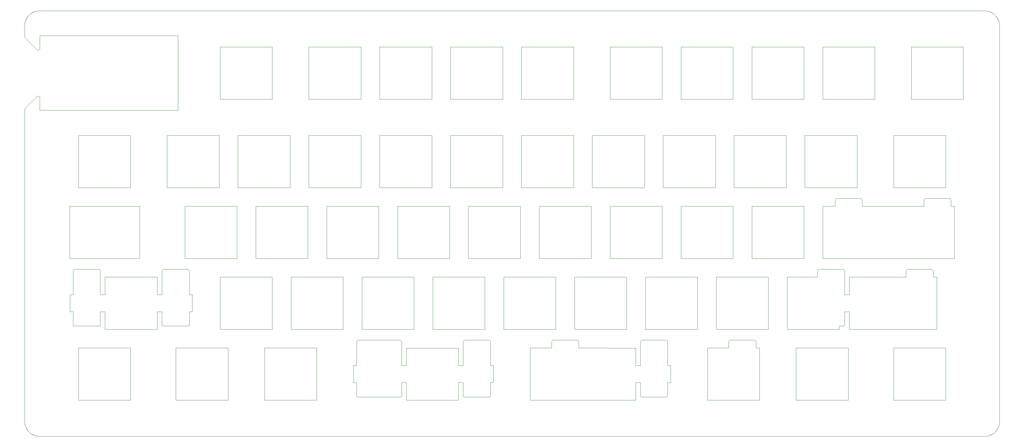
<source format=gm1>
G04 #@! TF.GenerationSoftware,KiCad,Pcbnew,(5.1.9-0-10_14)*
G04 #@! TF.CreationDate,2021-12-01T15:52:12+09:00*
G04 #@! TF.ProjectId,top_plate,746f705f-706c-4617-9465-2e6b69636164,rev?*
G04 #@! TF.SameCoordinates,PX1736fe3PY23988cf*
G04 #@! TF.FileFunction,Profile,NP*
%FSLAX46Y46*%
G04 Gerber Fmt 4.6, Leading zero omitted, Abs format (unit mm)*
G04 Created by KiCad (PCBNEW (5.1.9-0-10_14)) date 2021-12-01 15:52:12*
%MOMM*%
%LPD*%
G01*
G04 APERTURE LIST*
G04 #@! TA.AperFunction,Profile*
%ADD10C,0.088000*%
G04 #@! TD*
G04 APERTURE END LIST*
D10*
X254835010Y3195260D02*
X254829805Y3401100D01*
X254829805Y3401100D02*
X254814358Y3604237D01*
X254814358Y3604237D02*
X254788921Y3804420D01*
X254788921Y3804420D02*
X254753744Y4001399D01*
X254753744Y4001399D02*
X254709079Y4194921D01*
X254709079Y4194921D02*
X254655178Y4384736D01*
X254655178Y4384736D02*
X254592291Y4570592D01*
X254592291Y4570592D02*
X254520670Y4752238D01*
X254520670Y4752238D02*
X254440567Y4929423D01*
X254440567Y4929423D02*
X254352232Y5101895D01*
X254352232Y5101895D02*
X254255917Y5269402D01*
X254255917Y5269402D02*
X254151873Y5431695D01*
X254151873Y5431695D02*
X254040353Y5588520D01*
X254040353Y5588520D02*
X253921606Y5739627D01*
X253921606Y5739627D02*
X253795884Y5884765D01*
X253795884Y5884765D02*
X253663439Y6023683D01*
X253663439Y6023683D02*
X253524521Y6156128D01*
X253524521Y6156128D02*
X253379383Y6281850D01*
X253379383Y6281850D02*
X253228276Y6400597D01*
X253228276Y6400597D02*
X253071451Y6512117D01*
X253071451Y6512117D02*
X252909158Y6616161D01*
X252909158Y6616161D02*
X252741651Y6712476D01*
X252741651Y6712476D02*
X252569179Y6800811D01*
X252569179Y6800811D02*
X252391994Y6880914D01*
X252391994Y6880914D02*
X252210348Y6952535D01*
X252210348Y6952535D02*
X252024492Y7015422D01*
X252024492Y7015422D02*
X251834677Y7069323D01*
X251834677Y7069323D02*
X251641155Y7113988D01*
X251641155Y7113988D02*
X251444176Y7149165D01*
X251444176Y7149165D02*
X251243993Y7174602D01*
X251243993Y7174602D02*
X251040856Y7190049D01*
X251040856Y7190049D02*
X250835017Y7195253D01*
X254835010Y-103217753D02*
X254835010Y3195260D01*
X250835017Y-107217746D02*
X251040856Y-107212541D01*
X251040856Y-107212541D02*
X251243993Y-107197094D01*
X251243993Y-107197094D02*
X251444176Y-107171657D01*
X251444176Y-107171657D02*
X251641155Y-107136480D01*
X251641155Y-107136480D02*
X251834677Y-107091815D01*
X251834677Y-107091815D02*
X252024492Y-107037914D01*
X252024492Y-107037914D02*
X252210348Y-106975027D01*
X252210348Y-106975027D02*
X252391994Y-106903406D01*
X252391994Y-106903406D02*
X252569179Y-106823303D01*
X252569179Y-106823303D02*
X252741651Y-106734968D01*
X252741651Y-106734968D02*
X252909158Y-106638653D01*
X252909158Y-106638653D02*
X253071451Y-106534609D01*
X253071451Y-106534609D02*
X253228276Y-106423089D01*
X253228276Y-106423089D02*
X253379383Y-106304342D01*
X253379383Y-106304342D02*
X253524521Y-106178620D01*
X253524521Y-106178620D02*
X253663439Y-106046175D01*
X253663439Y-106046175D02*
X253795884Y-105907257D01*
X253795884Y-105907257D02*
X253921606Y-105762119D01*
X253921606Y-105762119D02*
X254040353Y-105611012D01*
X254040353Y-105611012D02*
X254151873Y-105454187D01*
X254151873Y-105454187D02*
X254255917Y-105291894D01*
X254255917Y-105291894D02*
X254352232Y-105124387D01*
X254352232Y-105124387D02*
X254440567Y-104951915D01*
X254440567Y-104951915D02*
X254520670Y-104774730D01*
X254520670Y-104774730D02*
X254592291Y-104593084D01*
X254592291Y-104593084D02*
X254655178Y-104407228D01*
X254655178Y-104407228D02*
X254709079Y-104217413D01*
X254709079Y-104217413D02*
X254753744Y-104023891D01*
X254753744Y-104023891D02*
X254788921Y-103826912D01*
X254788921Y-103826912D02*
X254814358Y-103626729D01*
X254814358Y-103626729D02*
X254829805Y-103423592D01*
X254829805Y-103423592D02*
X254835010Y-103217753D01*
X-3214980Y-107217746D02*
X250835017Y-107217746D01*
X-7214973Y-103217753D02*
X-7209769Y-103423592D01*
X-7209769Y-103423592D02*
X-7194322Y-103626729D01*
X-7194322Y-103626729D02*
X-7168885Y-103826912D01*
X-7168885Y-103826912D02*
X-7133708Y-104023891D01*
X-7133708Y-104023891D02*
X-7089043Y-104217413D01*
X-7089043Y-104217413D02*
X-7035142Y-104407228D01*
X-7035142Y-104407228D02*
X-6972255Y-104593084D01*
X-6972255Y-104593084D02*
X-6900634Y-104774730D01*
X-6900634Y-104774730D02*
X-6820531Y-104951915D01*
X-6820531Y-104951915D02*
X-6732196Y-105124387D01*
X-6732196Y-105124387D02*
X-6635881Y-105291894D01*
X-6635881Y-105291894D02*
X-6531837Y-105454187D01*
X-6531837Y-105454187D02*
X-6420317Y-105611012D01*
X-6420317Y-105611012D02*
X-6301570Y-105762119D01*
X-6301570Y-105762119D02*
X-6175848Y-105907257D01*
X-6175848Y-105907257D02*
X-6043403Y-106046175D01*
X-6043403Y-106046175D02*
X-5904485Y-106178620D01*
X-5904485Y-106178620D02*
X-5759347Y-106304342D01*
X-5759347Y-106304342D02*
X-5608240Y-106423089D01*
X-5608240Y-106423089D02*
X-5451415Y-106534609D01*
X-5451415Y-106534609D02*
X-5289122Y-106638653D01*
X-5289122Y-106638653D02*
X-5121615Y-106734968D01*
X-5121615Y-106734968D02*
X-4949143Y-106823303D01*
X-4949143Y-106823303D02*
X-4771958Y-106903406D01*
X-4771958Y-106903406D02*
X-4590312Y-106975027D01*
X-4590312Y-106975027D02*
X-4404456Y-107037914D01*
X-4404456Y-107037914D02*
X-4214641Y-107091815D01*
X-4214641Y-107091815D02*
X-4021119Y-107136480D01*
X-4021119Y-107136480D02*
X-3824140Y-107171657D01*
X-3824140Y-107171657D02*
X-3623957Y-107197094D01*
X-3623957Y-107197094D02*
X-3420820Y-107212541D01*
X-3420820Y-107212541D02*
X-3214980Y-107217746D01*
X-7214973Y-19544442D02*
X-7214973Y-103217753D01*
X-6922079Y-18837336D02*
X-6988508Y-18910684D01*
X-6988508Y-18910684D02*
X-7046961Y-18989642D01*
X-7046961Y-18989642D02*
X-7097167Y-19073552D01*
X-7097167Y-19073552D02*
X-7138853Y-19161759D01*
X-7138853Y-19161759D02*
X-7171748Y-19253607D01*
X-7171748Y-19253607D02*
X-7195581Y-19348440D01*
X-7195581Y-19348440D02*
X-7210080Y-19445604D01*
X-7210080Y-19445604D02*
X-7214973Y-19544442D01*
X-3969013Y-15884269D02*
X-6922079Y-18837336D01*
X-3115460Y-16237823D02*
X-3129033Y-16118662D01*
X-3129033Y-16118662D02*
X-3167239Y-16012789D01*
X-3167239Y-16012789D02*
X-3226310Y-15921764D01*
X-3226310Y-15921764D02*
X-3302478Y-15847148D01*
X-3302478Y-15847148D02*
X-3391976Y-15790502D01*
X-3391976Y-15790502D02*
X-3491034Y-15753385D01*
X-3491034Y-15753385D02*
X-3595886Y-15737360D01*
X-3595886Y-15737360D02*
X-3702763Y-15743986D01*
X-3702763Y-15743986D02*
X-3807897Y-15774825D01*
X-3807897Y-15774825D02*
X-3907520Y-15831438D01*
X-3907520Y-15831438D02*
X-3969013Y-15884269D01*
X-3115460Y-19555246D02*
X-3115460Y-16237823D01*
X33993515Y-19555246D02*
X-3115460Y-19555246D01*
X33993515Y494758D02*
X33993515Y-19555246D01*
X-3115460Y494758D02*
X33993515Y494758D01*
X-3115460Y-2822666D02*
X-3115460Y494758D01*
X-3969013Y-3176219D02*
X-3875157Y-3250880D01*
X-3875157Y-3250880D02*
X-3773278Y-3298728D01*
X-3773278Y-3298728D02*
X-3667145Y-3321323D01*
X-3667145Y-3321323D02*
X-3560524Y-3320225D01*
X-3560524Y-3320225D02*
X-3457185Y-3296996D01*
X-3457185Y-3296996D02*
X-3360895Y-3253196D01*
X-3360895Y-3253196D02*
X-3275422Y-3190387D01*
X-3275422Y-3190387D02*
X-3204534Y-3110128D01*
X-3204534Y-3110128D02*
X-3151999Y-3013980D01*
X-3151999Y-3013980D02*
X-3121586Y-2903505D01*
X-3121586Y-2903505D02*
X-3115460Y-2822666D01*
X-6922079Y-223153D02*
X-3969013Y-3176219D01*
X-7214973Y483954D02*
X-7210080Y385117D01*
X-7210080Y385117D02*
X-7195581Y287953D01*
X-7195581Y287953D02*
X-7171748Y193120D01*
X-7171748Y193120D02*
X-7138853Y101271D01*
X-7138853Y101271D02*
X-7097167Y13064D01*
X-7097167Y13064D02*
X-7046961Y-70846D01*
X-7046961Y-70846D02*
X-6988508Y-149803D01*
X-6988508Y-149803D02*
X-6922079Y-223153D01*
X-7214973Y3195260D02*
X-7214973Y483954D01*
X-3214980Y7195253D02*
X-3420820Y7190049D01*
X-3420820Y7190049D02*
X-3623957Y7174602D01*
X-3623957Y7174602D02*
X-3824140Y7149165D01*
X-3824140Y7149165D02*
X-4021119Y7113988D01*
X-4021119Y7113988D02*
X-4214641Y7069323D01*
X-4214641Y7069323D02*
X-4404456Y7015422D01*
X-4404456Y7015422D02*
X-4590312Y6952535D01*
X-4590312Y6952535D02*
X-4771958Y6880914D01*
X-4771958Y6880914D02*
X-4949143Y6800811D01*
X-4949143Y6800811D02*
X-5121615Y6712476D01*
X-5121615Y6712476D02*
X-5289122Y6616161D01*
X-5289122Y6616161D02*
X-5451415Y6512117D01*
X-5451415Y6512117D02*
X-5608240Y6400597D01*
X-5608240Y6400597D02*
X-5759347Y6281850D01*
X-5759347Y6281850D02*
X-5904485Y6156128D01*
X-5904485Y6156128D02*
X-6043403Y6023683D01*
X-6043403Y6023683D02*
X-6175848Y5884765D01*
X-6175848Y5884765D02*
X-6301570Y5739627D01*
X-6301570Y5739627D02*
X-6420317Y5588520D01*
X-6420317Y5588520D02*
X-6531837Y5431695D01*
X-6531837Y5431695D02*
X-6635881Y5269402D01*
X-6635881Y5269402D02*
X-6732196Y5101895D01*
X-6732196Y5101895D02*
X-6820531Y4929423D01*
X-6820531Y4929423D02*
X-6900634Y4752238D01*
X-6900634Y4752238D02*
X-6972255Y4570592D01*
X-6972255Y4570592D02*
X-7035142Y4384736D01*
X-7035142Y4384736D02*
X-7089043Y4194921D01*
X-7089043Y4194921D02*
X-7133708Y4001399D01*
X-7133708Y4001399D02*
X-7168885Y3804420D01*
X-7168885Y3804420D02*
X-7194322Y3604237D01*
X-7194322Y3604237D02*
X-7209769Y3401100D01*
X-7209769Y3401100D02*
X-7214973Y3195260D01*
X250835017Y7195253D02*
X-3214980Y7195253D01*
X226347515Y-40342478D02*
X226347537Y-26342493D01*
X240347500Y-40342500D02*
X226347515Y-40342478D01*
X240347522Y-26342493D02*
X240347500Y-40342500D01*
X226347537Y-26342493D02*
X240347522Y-26342493D01*
X207297515Y-16529978D02*
X207297537Y-2529993D01*
X221297500Y-16530000D02*
X207297515Y-16529978D01*
X221297522Y-2529993D02*
X221297500Y-16530000D01*
X207297537Y-2529993D02*
X221297522Y-2529993D01*
X202535015Y-40342478D02*
X202535037Y-26342493D01*
X216535000Y-40342500D02*
X202535015Y-40342478D01*
X216535022Y-26342493D02*
X216535000Y-40342500D01*
X202535037Y-26342493D02*
X216535022Y-26342493D01*
X188247515Y-16529978D02*
X188247537Y-2529993D01*
X202247500Y-16530000D02*
X188247515Y-16529978D01*
X202247522Y-2529993D02*
X202247500Y-16530000D01*
X188247537Y-2529993D02*
X202247522Y-2529993D01*
X188247537Y-45392493D02*
X202247522Y-45392493D01*
X188247515Y-59392478D02*
X188247537Y-45392493D01*
X202247500Y-59392500D02*
X188247515Y-59392478D01*
X202247522Y-45392493D02*
X202247500Y-59392500D01*
X183485015Y-40342478D02*
X183485037Y-26342493D01*
X197485000Y-40342500D02*
X183485015Y-40342478D01*
X197485022Y-26342493D02*
X197485000Y-40342500D01*
X183485037Y-26342493D02*
X197485022Y-26342493D01*
X169197515Y-16529978D02*
X169197537Y-2529993D01*
X183197500Y-16530000D02*
X169197515Y-16529978D01*
X183197522Y-2529993D02*
X183197500Y-16530000D01*
X169197537Y-2529993D02*
X183197522Y-2529993D01*
X169197537Y-45392493D02*
X183197522Y-45392493D01*
X169197515Y-59392478D02*
X169197537Y-45392493D01*
X183197500Y-59392500D02*
X169197515Y-59392478D01*
X183197522Y-45392493D02*
X183197500Y-59392500D01*
X164435015Y-40342478D02*
X164435037Y-26342493D01*
X178435000Y-40342500D02*
X164435015Y-40342478D01*
X178435022Y-26342493D02*
X178435000Y-40342500D01*
X164435037Y-26342493D02*
X178435022Y-26342493D01*
X150147515Y-16529978D02*
X150147537Y-2529993D01*
X164147500Y-16530000D02*
X150147515Y-16529978D01*
X164147522Y-2529993D02*
X164147500Y-16530000D01*
X150147537Y-2529993D02*
X164147522Y-2529993D01*
X164147500Y-59392500D02*
X150147515Y-59392478D01*
X164147522Y-45392493D02*
X164147500Y-59392500D01*
X150147537Y-45392493D02*
X164147522Y-45392493D01*
X150147515Y-59392478D02*
X150147537Y-45392493D01*
X140622537Y-64442493D02*
X154622522Y-64442493D01*
X140622515Y-78442478D02*
X140622537Y-64442493D01*
X154622500Y-78442500D02*
X140622515Y-78442478D01*
X154622522Y-64442493D02*
X154622500Y-78442500D01*
X145385015Y-40342478D02*
X145385037Y-26342493D01*
X159385000Y-40342500D02*
X145385015Y-40342478D01*
X159385022Y-26342493D02*
X159385000Y-40342500D01*
X145385037Y-26342493D02*
X159385022Y-26342493D01*
X145097522Y-45392493D02*
X145097500Y-59392500D01*
X131097537Y-45392493D02*
X145097522Y-45392493D01*
X131097515Y-59392478D02*
X131097537Y-45392493D01*
X145097500Y-59392500D02*
X131097515Y-59392478D01*
X126335015Y-16529978D02*
X126335037Y-2529993D01*
X140335000Y-16530000D02*
X126335015Y-16529978D01*
X140335022Y-2529993D02*
X140335000Y-16530000D01*
X126335037Y-2529993D02*
X140335022Y-2529993D01*
X126335015Y-40342478D02*
X126335037Y-26342493D01*
X140335000Y-40342500D02*
X126335015Y-40342478D01*
X140335022Y-26342493D02*
X140335000Y-40342500D01*
X126335037Y-26342493D02*
X140335022Y-26342493D01*
X126047500Y-59392500D02*
X112047515Y-59392478D01*
X126047522Y-45392493D02*
X126047500Y-59392500D01*
X112047537Y-45392493D02*
X126047522Y-45392493D01*
X112047515Y-59392478D02*
X112047537Y-45392493D01*
X102522537Y-64442493D02*
X116522522Y-64442493D01*
X102522515Y-78442478D02*
X102522537Y-64442493D01*
X116522500Y-78442500D02*
X102522515Y-78442478D01*
X116522522Y-64442493D02*
X116522500Y-78442500D01*
X107285015Y-16529978D02*
X107285037Y-2529993D01*
X121285000Y-16530000D02*
X107285015Y-16529978D01*
X121285022Y-2529993D02*
X121285000Y-16530000D01*
X107285037Y-2529993D02*
X121285022Y-2529993D01*
X107285015Y-40342478D02*
X107285037Y-26342493D01*
X121285000Y-40342500D02*
X107285015Y-40342478D01*
X121285022Y-26342493D02*
X121285000Y-40342500D01*
X107285037Y-26342493D02*
X121285022Y-26342493D01*
X106997522Y-45392493D02*
X106997500Y-59392500D01*
X92997537Y-45392493D02*
X106997522Y-45392493D01*
X92997515Y-59392478D02*
X92997537Y-45392493D01*
X106997500Y-59392500D02*
X92997515Y-59392478D01*
X83472537Y-64442493D02*
X97472522Y-64442493D01*
X83472515Y-78442478D02*
X83472537Y-64442493D01*
X97472500Y-78442500D02*
X83472515Y-78442478D01*
X97472522Y-64442493D02*
X97472500Y-78442500D01*
X88235015Y-16529978D02*
X88235037Y-2529993D01*
X102235000Y-16530000D02*
X88235015Y-16529978D01*
X102235022Y-2529993D02*
X102235000Y-16530000D01*
X88235037Y-2529993D02*
X102235022Y-2529993D01*
X88235015Y-40342478D02*
X88235037Y-26342493D01*
X102235000Y-40342500D02*
X88235015Y-40342478D01*
X102235022Y-26342493D02*
X102235000Y-40342500D01*
X88235037Y-26342493D02*
X102235022Y-26342493D01*
X87947522Y-45392493D02*
X87947500Y-59392500D01*
X73947537Y-45392493D02*
X87947522Y-45392493D01*
X73947515Y-59392478D02*
X73947537Y-45392493D01*
X87947500Y-59392500D02*
X73947515Y-59392478D01*
X69185015Y-16529978D02*
X69185037Y-2529993D01*
X83185000Y-16530000D02*
X69185015Y-16529978D01*
X83185022Y-2529993D02*
X83185000Y-16530000D01*
X69185037Y-2529993D02*
X83185022Y-2529993D01*
X69185015Y-40342478D02*
X69185037Y-26342493D01*
X83185000Y-40342500D02*
X69185015Y-40342478D01*
X83185022Y-26342493D02*
X83185000Y-40342500D01*
X69185037Y-26342493D02*
X83185022Y-26342493D01*
X45372515Y-78442478D02*
X45372537Y-64442493D01*
X59372500Y-78442500D02*
X45372515Y-78442478D01*
X59372522Y-64442493D02*
X59372500Y-78442500D01*
X45372537Y-64442493D02*
X59372522Y-64442493D01*
X49847500Y-59392500D02*
X35847515Y-59392478D01*
X49847522Y-45392493D02*
X49847500Y-59392500D01*
X35847537Y-45392493D02*
X49847522Y-45392493D01*
X35847515Y-59392478D02*
X35847537Y-45392493D01*
X68897500Y-59392500D02*
X54897515Y-59392478D01*
X68897522Y-45392493D02*
X68897500Y-59392500D01*
X54897537Y-45392493D02*
X68897522Y-45392493D01*
X54897515Y-59392478D02*
X54897537Y-45392493D01*
X64135022Y-26342493D02*
X64135000Y-40342500D01*
X50135037Y-26342493D02*
X64135022Y-26342493D01*
X50135015Y-40342478D02*
X50135037Y-26342493D01*
X64135000Y-40342500D02*
X50135015Y-40342478D01*
X45372515Y-16529978D02*
X45372537Y-2529993D01*
X59372500Y-16530000D02*
X45372515Y-16529978D01*
X59372522Y-2529993D02*
X59372500Y-16530000D01*
X45372537Y-2529993D02*
X59372522Y-2529993D01*
X31085015Y-40342478D02*
X31085037Y-26342493D01*
X45085000Y-40342500D02*
X31085015Y-40342478D01*
X45085022Y-26342493D02*
X45085000Y-40342500D01*
X31085037Y-26342493D02*
X45085022Y-26342493D01*
X7272515Y-40342478D02*
X7272537Y-26342493D01*
X21272500Y-40342500D02*
X7272515Y-40342478D01*
X21272522Y-26342493D02*
X21272500Y-40342500D01*
X7272537Y-26342493D02*
X21272522Y-26342493D01*
X4891018Y-59392220D02*
X4891018Y-45392235D01*
X23653750Y-59392500D02*
X4891018Y-59392220D01*
X23653772Y-45392493D02*
X23653750Y-59392500D01*
X4891018Y-45392235D02*
X23653772Y-45392493D01*
X21272522Y-83492493D02*
X21272500Y-97492500D01*
X7272537Y-83492493D02*
X21272522Y-83492493D01*
X7272515Y-97492478D02*
X7272537Y-83492493D01*
X21272500Y-97492500D02*
X7272515Y-97492478D01*
X29954399Y-77564517D02*
X29857094Y-77544868D01*
X29857094Y-77544868D02*
X29777633Y-77491287D01*
X29777633Y-77491287D02*
X29724060Y-77411819D01*
X29724060Y-77411819D02*
X29704415Y-77314511D01*
X36779349Y-77564539D02*
X29954399Y-77564517D01*
X37029355Y-77314533D02*
X37009709Y-77411841D01*
X37009709Y-77411841D02*
X36956133Y-77491309D01*
X36956133Y-77491309D02*
X36876666Y-77544890D01*
X36876666Y-77544890D02*
X36779349Y-77564539D01*
X37029355Y-73726638D02*
X37029355Y-77314533D01*
X37864705Y-73726638D02*
X37029355Y-73726638D01*
X37864726Y-69135639D02*
X37864705Y-73726638D01*
X37029377Y-69135639D02*
X37864726Y-69135639D01*
X37029398Y-62799699D02*
X37029377Y-69135639D01*
X36529407Y-62299687D02*
X36630169Y-62309845D01*
X36630169Y-62309845D02*
X36724020Y-62338980D01*
X36724020Y-62338980D02*
X36808951Y-62385081D01*
X36808951Y-62385081D02*
X36882949Y-62446138D01*
X36882949Y-62446138D02*
X36944004Y-62520138D01*
X36944004Y-62520138D02*
X36990104Y-62605073D01*
X36990104Y-62605073D02*
X37019239Y-62698930D01*
X37019239Y-62698930D02*
X37029398Y-62799699D01*
X30204449Y-62299687D02*
X36529407Y-62299687D01*
X29704458Y-62799678D02*
X29714615Y-62698909D01*
X29714615Y-62698909D02*
X29743748Y-62605052D01*
X29743748Y-62605052D02*
X29789846Y-62520118D01*
X29789846Y-62520118D02*
X29850898Y-62446119D01*
X29850898Y-62446119D02*
X29924895Y-62385065D01*
X29924895Y-62385065D02*
X30009826Y-62338968D01*
X30009826Y-62338968D02*
X30103680Y-62309838D01*
X30103680Y-62309838D02*
X30204449Y-62299687D01*
X29704436Y-69118026D02*
X29704458Y-62799678D01*
X28416013Y-69118026D02*
X29704436Y-69118026D01*
X28416013Y-64431146D02*
X28416013Y-69118026D01*
X14416028Y-64431146D02*
X28416013Y-64431146D01*
X14416028Y-69135639D02*
X14416028Y-64431146D01*
X13150537Y-69135639D02*
X14416028Y-69135639D01*
X13150559Y-62799699D02*
X13150537Y-69135639D01*
X12650568Y-62299687D02*
X12751329Y-62309845D01*
X12751329Y-62309845D02*
X12845181Y-62338980D01*
X12845181Y-62338980D02*
X12930111Y-62385081D01*
X12930111Y-62385081D02*
X13004110Y-62446138D01*
X13004110Y-62446138D02*
X13065164Y-62520138D01*
X13065164Y-62520138D02*
X13111265Y-62605073D01*
X13111265Y-62605073D02*
X13140400Y-62698930D01*
X13140400Y-62698930D02*
X13150559Y-62799699D01*
X6325609Y-62299687D02*
X12650568Y-62299687D01*
X5825618Y-62799678D02*
X5835775Y-62698909D01*
X5835775Y-62698909D02*
X5864908Y-62605052D01*
X5864908Y-62605052D02*
X5911006Y-62520118D01*
X5911006Y-62520118D02*
X5972058Y-62446119D01*
X5972058Y-62446119D02*
X6046055Y-62385065D01*
X6046055Y-62385065D02*
X6130986Y-62338968D01*
X6130986Y-62338968D02*
X6224840Y-62309838D01*
X6224840Y-62309838D02*
X6325609Y-62299687D01*
X5825597Y-69118026D02*
X5825618Y-62799678D01*
X4990225Y-69118026D02*
X5825597Y-69118026D01*
X4990225Y-73729157D02*
X4990225Y-69118026D01*
X5825597Y-73729157D02*
X4990225Y-73729157D01*
X5825575Y-77314511D02*
X5825597Y-73729157D01*
X6075560Y-77564517D02*
X5978254Y-77544868D01*
X5978254Y-77544868D02*
X5898794Y-77491287D01*
X5898794Y-77491287D02*
X5845220Y-77411819D01*
X5845220Y-77411819D02*
X5825575Y-77314511D01*
X12900509Y-77564539D02*
X6075560Y-77564517D01*
X13150515Y-77314533D02*
X13130869Y-77411841D01*
X13130869Y-77411841D02*
X13077293Y-77491309D01*
X13077293Y-77491309D02*
X12997826Y-77544890D01*
X12997826Y-77544890D02*
X12900509Y-77564539D01*
X13150537Y-73726638D02*
X13150515Y-77314533D01*
X14416028Y-73726638D02*
X13150537Y-73726638D01*
X14416028Y-78431153D02*
X14416028Y-73726638D01*
X28416013Y-78431153D02*
X14416028Y-78431153D01*
X28416013Y-73729157D02*
X28416013Y-78431153D01*
X29704415Y-73729157D02*
X28416013Y-73729157D01*
X29704415Y-77314511D02*
X29704415Y-73729157D01*
X47466272Y-83492493D02*
X47466250Y-97492500D01*
X33466265Y-83492493D02*
X47466272Y-83492493D01*
X33466265Y-97492478D02*
X33466265Y-83492493D01*
X47466250Y-97492500D02*
X33466265Y-97492478D01*
X71278772Y-83492493D02*
X71278750Y-97492500D01*
X57278765Y-83492493D02*
X71278772Y-83492493D01*
X57278765Y-97492478D02*
X57278765Y-83492493D01*
X71278750Y-97492500D02*
X57278765Y-97492478D01*
X78422522Y-64442493D02*
X78422500Y-78442500D01*
X64422537Y-64442493D02*
X78422522Y-64442493D01*
X64422515Y-78442478D02*
X64422537Y-64442493D01*
X78422500Y-78442500D02*
X64422515Y-78442478D01*
X118813489Y-88205857D02*
X118813467Y-92796856D01*
X117978139Y-88205857D02*
X118813489Y-88205857D01*
X117978161Y-81869918D02*
X117978139Y-88205857D01*
X117478170Y-81369905D02*
X117578931Y-81380063D01*
X117578931Y-81380063D02*
X117672783Y-81409199D01*
X117672783Y-81409199D02*
X117757713Y-81455300D01*
X117757713Y-81455300D02*
X117831712Y-81516356D01*
X117831712Y-81516356D02*
X117892766Y-81590357D01*
X117892766Y-81590357D02*
X117938867Y-81675291D01*
X117938867Y-81675291D02*
X117968002Y-81769148D01*
X117968002Y-81769148D02*
X117978161Y-81869918D01*
X111153211Y-81369905D02*
X117478170Y-81369905D01*
X110653220Y-81869896D02*
X110663377Y-81769127D01*
X110663377Y-81769127D02*
X110692510Y-81675270D01*
X110692510Y-81675270D02*
X110738608Y-81590336D01*
X110738608Y-81590336D02*
X110799660Y-81516337D01*
X110799660Y-81516337D02*
X110873657Y-81455284D01*
X110873657Y-81455284D02*
X110958588Y-81409186D01*
X110958588Y-81409186D02*
X111052442Y-81380056D01*
X111052442Y-81380056D02*
X111153211Y-81369905D01*
X110653199Y-88188244D02*
X110653220Y-81869896D01*
X109364776Y-88188244D02*
X110653199Y-88188244D01*
X109364776Y-83501364D02*
X109364776Y-88188244D01*
X95364791Y-83501364D02*
X109364776Y-83501364D01*
X95364791Y-88205857D02*
X95364791Y-83501364D01*
X94099300Y-88205857D02*
X95364791Y-88205857D01*
X94099321Y-81869918D02*
X94099300Y-88205857D01*
X93599330Y-81369905D02*
X93700092Y-81380063D01*
X93700092Y-81380063D02*
X93793943Y-81409199D01*
X93793943Y-81409199D02*
X93878874Y-81455300D01*
X93878874Y-81455300D02*
X93952872Y-81516356D01*
X93952872Y-81516356D02*
X94013927Y-81590357D01*
X94013927Y-81590357D02*
X94060027Y-81675291D01*
X94060027Y-81675291D02*
X94089162Y-81769148D01*
X94089162Y-81769148D02*
X94099321Y-81869918D01*
X82550801Y-81357524D02*
X93599330Y-81369905D01*
X82050810Y-81857537D02*
X82060967Y-81756767D01*
X82060967Y-81756767D02*
X82090100Y-81662910D01*
X82090100Y-81662910D02*
X82136198Y-81577976D01*
X82136198Y-81577976D02*
X82197250Y-81503975D01*
X82197250Y-81503975D02*
X82271247Y-81442919D01*
X82271247Y-81442919D02*
X82356178Y-81396818D01*
X82356178Y-81396818D02*
X82450032Y-81367682D01*
X82450032Y-81367682D02*
X82550801Y-81357524D01*
X82050789Y-88175885D02*
X82050810Y-81857537D01*
X81215418Y-88175885D02*
X82050789Y-88175885D01*
X81215418Y-92787016D02*
X81215418Y-88175885D01*
X82050789Y-92787016D02*
X81215418Y-92787016D01*
X82050767Y-96372370D02*
X82050789Y-92787016D01*
X82300752Y-96622376D02*
X82203446Y-96602727D01*
X82203446Y-96602727D02*
X82123986Y-96549146D01*
X82123986Y-96549146D02*
X82070412Y-96469678D01*
X82070412Y-96469678D02*
X82050767Y-96372370D01*
X93849272Y-96634757D02*
X82300752Y-96622376D01*
X94099278Y-96384751D02*
X94079632Y-96482059D01*
X94079632Y-96482059D02*
X94026056Y-96561527D01*
X94026056Y-96561527D02*
X93946589Y-96615108D01*
X93946589Y-96615108D02*
X93849272Y-96634757D01*
X94099300Y-92796856D02*
X94099278Y-96384751D01*
X95364791Y-92796856D02*
X94099300Y-92796856D01*
X95364791Y-97501371D02*
X95364791Y-92796856D01*
X109364776Y-97501371D02*
X95364791Y-97501371D01*
X109364776Y-92799375D02*
X109364776Y-97501371D01*
X110653177Y-92799375D02*
X109364776Y-92799375D01*
X110653177Y-96384729D02*
X110653177Y-92799375D01*
X110903162Y-96634736D02*
X110805856Y-96615087D01*
X110805856Y-96615087D02*
X110726396Y-96561506D01*
X110726396Y-96561506D02*
X110672822Y-96482037D01*
X110672822Y-96482037D02*
X110653177Y-96384729D01*
X117728111Y-96634757D02*
X110903162Y-96634736D01*
X117978118Y-96384751D02*
X117958472Y-96482059D01*
X117958472Y-96482059D02*
X117904896Y-96561527D01*
X117904896Y-96561527D02*
X117825428Y-96615108D01*
X117825428Y-96615108D02*
X117728111Y-96634757D01*
X117978118Y-92796856D02*
X117978118Y-96384751D01*
X118813467Y-92796856D02*
X117978118Y-92796856D01*
X121572515Y-78442478D02*
X121572537Y-64442493D01*
X135572500Y-78442500D02*
X121572515Y-78442478D01*
X135572522Y-64442493D02*
X135572500Y-78442500D01*
X121572537Y-64442493D02*
X135572522Y-64442493D01*
X165618491Y-92796856D02*
X165618491Y-96384751D01*
X166453841Y-92796856D02*
X165618491Y-92796856D01*
X166453863Y-88205857D02*
X166453841Y-92796856D01*
X165618513Y-88205857D02*
X166453863Y-88205857D01*
X165618535Y-81869918D02*
X165618513Y-88205857D01*
X165118544Y-81369905D02*
X165219305Y-81380063D01*
X165219305Y-81380063D02*
X165313157Y-81409199D01*
X165313157Y-81409199D02*
X165398087Y-81455300D01*
X165398087Y-81455300D02*
X165472086Y-81516356D01*
X165472086Y-81516356D02*
X165533140Y-81590357D01*
X165533140Y-81590357D02*
X165579241Y-81675291D01*
X165579241Y-81675291D02*
X165608376Y-81769148D01*
X165608376Y-81769148D02*
X165618535Y-81869918D01*
X158793585Y-81369905D02*
X165118544Y-81369905D01*
X158293594Y-81869896D02*
X158303751Y-81769127D01*
X158303751Y-81769127D02*
X158332884Y-81675270D01*
X158332884Y-81675270D02*
X158378982Y-81590336D01*
X158378982Y-81590336D02*
X158440034Y-81516337D01*
X158440034Y-81516337D02*
X158514031Y-81455284D01*
X158514031Y-81455284D02*
X158598962Y-81409186D01*
X158598962Y-81409186D02*
X158692816Y-81380056D01*
X158692816Y-81380056D02*
X158793585Y-81369905D01*
X158293573Y-88188244D02*
X158293594Y-81869896D01*
X157005150Y-88188244D02*
X158293573Y-88188244D01*
X157005150Y-83501364D02*
X157005150Y-88188244D01*
X141739695Y-83492407D02*
X157005150Y-83501364D01*
X141739695Y-81869918D02*
X141739695Y-83492407D01*
X141239704Y-81369905D02*
X141340465Y-81380063D01*
X141340465Y-81380063D02*
X141434317Y-81409199D01*
X141434317Y-81409199D02*
X141519247Y-81455300D01*
X141519247Y-81455300D02*
X141593246Y-81516356D01*
X141593246Y-81516356D02*
X141654300Y-81590357D01*
X141654300Y-81590357D02*
X141700401Y-81675291D01*
X141700401Y-81675291D02*
X141729536Y-81769148D01*
X141729536Y-81769148D02*
X141739695Y-81869918D01*
X134914745Y-81369905D02*
X141239704Y-81369905D01*
X134414754Y-81869896D02*
X134424911Y-81769127D01*
X134424911Y-81769127D02*
X134454044Y-81675270D01*
X134454044Y-81675270D02*
X134500142Y-81590336D01*
X134500142Y-81590336D02*
X134561195Y-81516337D01*
X134561195Y-81516337D02*
X134635191Y-81455284D01*
X134635191Y-81455284D02*
X134720122Y-81409186D01*
X134720122Y-81409186D02*
X134813977Y-81380056D01*
X134813977Y-81380056D02*
X134914745Y-81369905D01*
X134414754Y-83492385D02*
X134414754Y-81869896D01*
X128716287Y-83492364D02*
X134414754Y-83492385D01*
X128716265Y-97492349D02*
X128716287Y-83492364D01*
X157005150Y-97501371D02*
X128716265Y-97492349D01*
X157005150Y-92799375D02*
X157005150Y-97501371D01*
X158293551Y-92799375D02*
X157005150Y-92799375D01*
X158293551Y-96384729D02*
X158293551Y-92799375D01*
X158543536Y-96634736D02*
X158446230Y-96615087D01*
X158446230Y-96615087D02*
X158366770Y-96561506D01*
X158366770Y-96561506D02*
X158313196Y-96482037D01*
X158313196Y-96482037D02*
X158293551Y-96384729D01*
X165368485Y-96634757D02*
X158543536Y-96634736D01*
X165618491Y-96384751D02*
X165598845Y-96482059D01*
X165598845Y-96482059D02*
X165545269Y-96561527D01*
X165545269Y-96561527D02*
X165465802Y-96615108D01*
X165465802Y-96615108D02*
X165368485Y-96634757D01*
X173672522Y-64442493D02*
X173672500Y-78442500D01*
X159672537Y-64442493D02*
X173672522Y-64442493D01*
X159672515Y-78442478D02*
X159672537Y-64442493D01*
X173672500Y-78442500D02*
X159672515Y-78442478D01*
X190341272Y-83492493D02*
X190341250Y-97492478D01*
X189368355Y-83492493D02*
X190341272Y-83492493D01*
X189368355Y-81863437D02*
X189368355Y-83492493D01*
X188868364Y-81363424D02*
X188969126Y-81373582D01*
X188969126Y-81373582D02*
X189062977Y-81402718D01*
X189062977Y-81402718D02*
X189147908Y-81448819D01*
X189147908Y-81448819D02*
X189221906Y-81509875D01*
X189221906Y-81509875D02*
X189282961Y-81583876D01*
X189282961Y-81583876D02*
X189329061Y-81668810D01*
X189329061Y-81668810D02*
X189358196Y-81762667D01*
X189358196Y-81762667D02*
X189368355Y-81863437D01*
X182543406Y-81363403D02*
X188868364Y-81363424D01*
X182043415Y-81863415D02*
X182053572Y-81762646D01*
X182053572Y-81762646D02*
X182082705Y-81668789D01*
X182082705Y-81668789D02*
X182128803Y-81583854D01*
X182128803Y-81583854D02*
X182189855Y-81509854D01*
X182189855Y-81509854D02*
X182263852Y-81448797D01*
X182263852Y-81448797D02*
X182348783Y-81402696D01*
X182348783Y-81402696D02*
X182442637Y-81373561D01*
X182442637Y-81373561D02*
X182543406Y-81363403D01*
X182043415Y-83492472D02*
X182043415Y-81863415D01*
X176341265Y-83492472D02*
X182043415Y-83492472D01*
X176341265Y-97492457D02*
X176341265Y-83492472D01*
X190341250Y-97492478D02*
X176341265Y-97492457D01*
X192722522Y-64442493D02*
X192722500Y-78442500D01*
X178722537Y-64442493D02*
X192722522Y-64442493D01*
X178722515Y-78442478D02*
X178722537Y-64442493D01*
X192722500Y-78442500D02*
X178722515Y-78442478D01*
X214153772Y-83492515D02*
X214153750Y-97492500D01*
X200153765Y-83492493D02*
X214153772Y-83492515D01*
X200153765Y-97492478D02*
X200153765Y-83492493D01*
X214153750Y-97492500D02*
X200153765Y-97492478D01*
X214448018Y-73726638D02*
X213165058Y-73726638D01*
X214448018Y-78442246D02*
X214448018Y-73726638D01*
X237966250Y-78442500D02*
X214448018Y-78442246D01*
X237966272Y-64442493D02*
X237966250Y-78442500D01*
X237043920Y-64442493D02*
X237966272Y-64442493D01*
X237043920Y-62799699D02*
X237043920Y-64442493D01*
X236543929Y-62299687D02*
X236644690Y-62309845D01*
X236644690Y-62309845D02*
X236738542Y-62338980D01*
X236738542Y-62338980D02*
X236823472Y-62385081D01*
X236823472Y-62385081D02*
X236897471Y-62446138D01*
X236897471Y-62446138D02*
X236958525Y-62520138D01*
X236958525Y-62520138D02*
X237004626Y-62605073D01*
X237004626Y-62605073D02*
X237033761Y-62698930D01*
X237033761Y-62698930D02*
X237043920Y-62799699D01*
X230218970Y-62299687D02*
X236543929Y-62299687D01*
X229718979Y-62799678D02*
X229729136Y-62698909D01*
X229729136Y-62698909D02*
X229758269Y-62605052D01*
X229758269Y-62605052D02*
X229804367Y-62520118D01*
X229804367Y-62520118D02*
X229865419Y-62446119D01*
X229865419Y-62446119D02*
X229939416Y-62385065D01*
X229939416Y-62385065D02*
X230024347Y-62338968D01*
X230024347Y-62338968D02*
X230118201Y-62309838D01*
X230118201Y-62309838D02*
X230218970Y-62299687D01*
X229718979Y-64442493D02*
X229718979Y-62799678D01*
X214448142Y-64442246D02*
X229718979Y-64442493D01*
X214448142Y-69135639D02*
X214448142Y-64442246D01*
X213182651Y-69135639D02*
X214448142Y-69135639D01*
X213182672Y-62799699D02*
X213182651Y-69135639D01*
X212682681Y-62299687D02*
X212783443Y-62309845D01*
X212783443Y-62309845D02*
X212877294Y-62338980D01*
X212877294Y-62338980D02*
X212962225Y-62385081D01*
X212962225Y-62385081D02*
X213036223Y-62446138D01*
X213036223Y-62446138D02*
X213097278Y-62520138D01*
X213097278Y-62520138D02*
X213143378Y-62605073D01*
X213143378Y-62605073D02*
X213172513Y-62698930D01*
X213172513Y-62698930D02*
X213182672Y-62799699D01*
X206357723Y-62299687D02*
X212682681Y-62299687D01*
X205857732Y-62799678D02*
X205867889Y-62698909D01*
X205867889Y-62698909D02*
X205897022Y-62605052D01*
X205897022Y-62605052D02*
X205943120Y-62520118D01*
X205943120Y-62520118D02*
X206004172Y-62446119D01*
X206004172Y-62446119D02*
X206078169Y-62385065D01*
X206078169Y-62385065D02*
X206163100Y-62338968D01*
X206163100Y-62338968D02*
X206256954Y-62309838D01*
X206256954Y-62309838D02*
X206357723Y-62299687D01*
X205857732Y-64442493D02*
X205857732Y-62799678D01*
X197772537Y-64442493D02*
X205857732Y-64442493D01*
X197772515Y-78442478D02*
X197772537Y-64442493D01*
X211772500Y-78442500D02*
X197772515Y-78442478D01*
X211772500Y-77564539D02*
X211772500Y-78442500D01*
X212915031Y-77564539D02*
X211772500Y-77564539D01*
X213165037Y-77314533D02*
X213145391Y-77411841D01*
X213145391Y-77411841D02*
X213091815Y-77491309D01*
X213091815Y-77491309D02*
X213012348Y-77544890D01*
X213012348Y-77544890D02*
X212915031Y-77564539D01*
X213165058Y-73726638D02*
X213165037Y-77314533D01*
X240347522Y-83492515D02*
X240347500Y-97492500D01*
X226347537Y-83492493D02*
X240347522Y-83492515D01*
X226347515Y-97492478D02*
X226347537Y-83492493D01*
X240347500Y-97492500D02*
X226347515Y-97492478D01*
X242728772Y-45392493D02*
X242728750Y-59392500D01*
X241805615Y-45392493D02*
X242728772Y-45392493D01*
X241805615Y-43752929D02*
X241805615Y-45392493D01*
X241305624Y-43252917D02*
X241406386Y-43263075D01*
X241406386Y-43263075D02*
X241500237Y-43292210D01*
X241500237Y-43292210D02*
X241585168Y-43338311D01*
X241585168Y-43338311D02*
X241659166Y-43399368D01*
X241659166Y-43399368D02*
X241720221Y-43473368D01*
X241720221Y-43473368D02*
X241766321Y-43558303D01*
X241766321Y-43558303D02*
X241795456Y-43652160D01*
X241795456Y-43652160D02*
X241805615Y-43752929D01*
X234980666Y-43252917D02*
X241305624Y-43252917D01*
X234480675Y-43752908D02*
X234490832Y-43652139D01*
X234490832Y-43652139D02*
X234519965Y-43558282D01*
X234519965Y-43558282D02*
X234566063Y-43473348D01*
X234566063Y-43473348D02*
X234627115Y-43399349D01*
X234627115Y-43399349D02*
X234701112Y-43338295D01*
X234701112Y-43338295D02*
X234786043Y-43292198D01*
X234786043Y-43292198D02*
X234879897Y-43263068D01*
X234879897Y-43263068D02*
X234980666Y-43252917D01*
X234480675Y-45392493D02*
X234480675Y-43752908D01*
X217926776Y-45392493D02*
X234480675Y-45392493D01*
X217926776Y-43752929D02*
X217926776Y-45392493D01*
X217426785Y-43252917D02*
X217527546Y-43263075D01*
X217527546Y-43263075D02*
X217621398Y-43292210D01*
X217621398Y-43292210D02*
X217706328Y-43338311D01*
X217706328Y-43338311D02*
X217780327Y-43399368D01*
X217780327Y-43399368D02*
X217841381Y-43473368D01*
X217841381Y-43473368D02*
X217887482Y-43558303D01*
X217887482Y-43558303D02*
X217916617Y-43652160D01*
X217916617Y-43652160D02*
X217926776Y-43752929D01*
X211101826Y-43252917D02*
X217426785Y-43252917D01*
X210601835Y-43752908D02*
X210611992Y-43652139D01*
X210611992Y-43652139D02*
X210641125Y-43558282D01*
X210641125Y-43558282D02*
X210687223Y-43473348D01*
X210687223Y-43473348D02*
X210748275Y-43399349D01*
X210748275Y-43399349D02*
X210822272Y-43338295D01*
X210822272Y-43338295D02*
X210907203Y-43292198D01*
X210907203Y-43292198D02*
X211001057Y-43263068D01*
X211001057Y-43263068D02*
X211101826Y-43252917D01*
X210601835Y-45392493D02*
X210601835Y-43752908D01*
X207297537Y-45392493D02*
X210601835Y-45392493D01*
X207297515Y-59392478D02*
X207297537Y-45392493D01*
X242728750Y-59392500D02*
X207297515Y-59392478D01*
X245110022Y-2529993D02*
X245110000Y-16530000D01*
X231110037Y-2529993D02*
X245110022Y-2529993D01*
X231110015Y-16529978D02*
X231110037Y-2529993D01*
X245110000Y-16530000D02*
X231110015Y-16529978D01*
M02*

</source>
